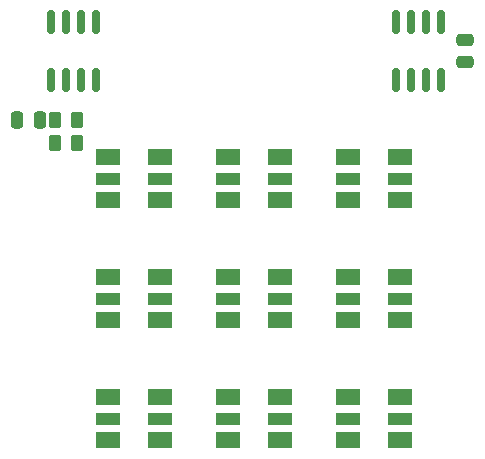
<source format=gbr>
%TF.GenerationSoftware,KiCad,Pcbnew,8.0.0*%
%TF.CreationDate,2024-04-26T11:05:52+02:00*%
%TF.ProjectId,mender-shield,6d656e64-6572-42d7-9368-69656c642e6b,rev?*%
%TF.SameCoordinates,Original*%
%TF.FileFunction,Paste,Bot*%
%TF.FilePolarity,Positive*%
%FSLAX46Y46*%
G04 Gerber Fmt 4.6, Leading zero omitted, Abs format (unit mm)*
G04 Created by KiCad (PCBNEW 8.0.0) date 2024-04-26 11:05:52*
%MOMM*%
%LPD*%
G01*
G04 APERTURE LIST*
G04 Aperture macros list*
%AMRoundRect*
0 Rectangle with rounded corners*
0 $1 Rounding radius*
0 $2 $3 $4 $5 $6 $7 $8 $9 X,Y pos of 4 corners*
0 Add a 4 corners polygon primitive as box body*
4,1,4,$2,$3,$4,$5,$6,$7,$8,$9,$2,$3,0*
0 Add four circle primitives for the rounded corners*
1,1,$1+$1,$2,$3*
1,1,$1+$1,$4,$5*
1,1,$1+$1,$6,$7*
1,1,$1+$1,$8,$9*
0 Add four rect primitives between the rounded corners*
20,1,$1+$1,$2,$3,$4,$5,0*
20,1,$1+$1,$4,$5,$6,$7,0*
20,1,$1+$1,$6,$7,$8,$9,0*
20,1,$1+$1,$8,$9,$2,$3,0*%
G04 Aperture macros list end*
%ADD10RoundRect,0.250000X-0.262500X-0.450000X0.262500X-0.450000X0.262500X0.450000X-0.262500X0.450000X0*%
%ADD11R,2.000000X1.400000*%
%ADD12R,2.000000X1.000000*%
%ADD13RoundRect,0.250000X-0.250000X-0.475000X0.250000X-0.475000X0.250000X0.475000X-0.250000X0.475000X0*%
%ADD14RoundRect,0.250000X0.475000X-0.250000X0.475000X0.250000X-0.475000X0.250000X-0.475000X-0.250000X0*%
%ADD15RoundRect,0.150000X-0.150000X0.825000X-0.150000X-0.825000X0.150000X-0.825000X0.150000X0.825000X0*%
%ADD16RoundRect,0.150000X0.150000X-0.825000X0.150000X0.825000X-0.150000X0.825000X-0.150000X-0.825000X0*%
G04 APERTURE END LIST*
D10*
%TO.C,R2*%
X108942500Y-89027000D03*
X110767500Y-89027000D03*
%TD*%
%TO.C,R1*%
X108942500Y-90932000D03*
X110767500Y-90932000D03*
%TD*%
D11*
%TO.C,D18*%
X138090000Y-112500000D03*
D12*
X138090000Y-114300000D03*
D11*
X138090000Y-116100000D03*
X133690000Y-116100000D03*
D12*
X133690000Y-114300000D03*
D11*
X133690000Y-112500000D03*
%TD*%
%TO.C,D15*%
X127930000Y-112500000D03*
D12*
X127930000Y-114300000D03*
D11*
X127930000Y-116100000D03*
X123530000Y-116100000D03*
D12*
X123530000Y-114300000D03*
D11*
X123530000Y-112500000D03*
%TD*%
%TO.C,D12*%
X117770000Y-112500000D03*
D12*
X117770000Y-114300000D03*
D11*
X117770000Y-116100000D03*
X113370000Y-116100000D03*
D12*
X113370000Y-114300000D03*
D11*
X113370000Y-112500000D03*
%TD*%
%TO.C,D17*%
X138090000Y-102340000D03*
D12*
X138090000Y-104140000D03*
D11*
X138090000Y-105940000D03*
X133690000Y-105940000D03*
D12*
X133690000Y-104140000D03*
D11*
X133690000Y-102340000D03*
%TD*%
%TO.C,D14*%
X127930000Y-102340000D03*
D12*
X127930000Y-104140000D03*
D11*
X127930000Y-105940000D03*
X123530000Y-105940000D03*
D12*
X123530000Y-104140000D03*
D11*
X123530000Y-102340000D03*
%TD*%
%TO.C,D11*%
X117770000Y-102340000D03*
D12*
X117770000Y-104140000D03*
D11*
X117770000Y-105940000D03*
X113370000Y-105940000D03*
D12*
X113370000Y-104140000D03*
D11*
X113370000Y-102340000D03*
%TD*%
%TO.C,D16*%
X138090000Y-92180000D03*
D12*
X138090000Y-93980000D03*
D11*
X138090000Y-95780000D03*
X133690000Y-95780000D03*
D12*
X133690000Y-93980000D03*
D11*
X133690000Y-92180000D03*
%TD*%
%TO.C,D13*%
X127930000Y-92180000D03*
D12*
X127930000Y-93980000D03*
D11*
X127930000Y-95780000D03*
X123530000Y-95780000D03*
D12*
X123530000Y-93980000D03*
D11*
X123530000Y-92180000D03*
%TD*%
%TO.C,D10*%
X117770000Y-92180000D03*
D12*
X117770000Y-93980000D03*
D11*
X117770000Y-95780000D03*
X113370000Y-95780000D03*
D12*
X113370000Y-93980000D03*
D11*
X113370000Y-92180000D03*
%TD*%
D13*
%TO.C,C5*%
X105730000Y-89027000D03*
X107630000Y-89027000D03*
%TD*%
D14*
%TO.C,C4*%
X143660000Y-84135000D03*
X143660000Y-82235000D03*
%TD*%
D15*
%TO.C,U5*%
X108585000Y-80710000D03*
X109855000Y-80710000D03*
X111125000Y-80710000D03*
X112395000Y-80710000D03*
X112395000Y-85660000D03*
X111125000Y-85660000D03*
X109855000Y-85660000D03*
X108585000Y-85660000D03*
%TD*%
D16*
%TO.C,U4*%
X141605000Y-80710000D03*
X140335000Y-80710000D03*
X139065000Y-80710000D03*
X137795000Y-80710000D03*
X137795000Y-85660000D03*
X139065000Y-85660000D03*
X140335000Y-85660000D03*
X141605000Y-85660000D03*
%TD*%
M02*

</source>
